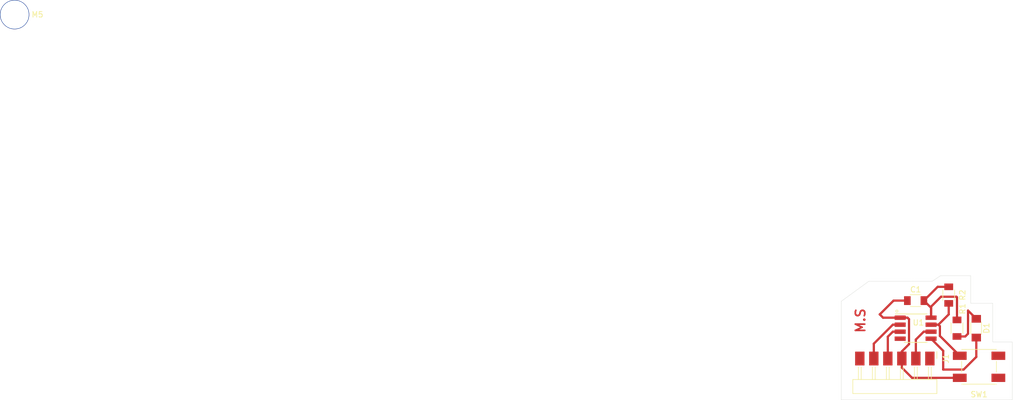
<source format=kicad_pcb>
(kicad_pcb (version 20241229) (generator "pcbnew") (generator_version "9.0")
  (layers (0 "F.Cu" signal) (2 "B.Cu" signal) (13 "F.Paste" user) (15 "B.Paste" user) (5 "F.SilkS" user "F.Silkscreen") (7 "B.SilkS" user "B.Silkscreen") (1 "F.Mask" user) (3 "B.Mask" user) (25 "Edge.Cuts" user))
  (net 0 "")
  (net 1 "VCC")
  (net 2 "Button")
  (net 3 "Net-(D1-K)")
  (net 4 "LED")
  (net 5 "RX")
  (net 6 "UPDI")
  (net 8 "TX")
  (net 10 "GND")
  (footprint "PCM_fab:R_1206" (layer "F.Cu") (at 172.0015 53.5 -90)
    (property "Reference" "R2" (at 0 -2.4985 90) (layer "F.SilkS"))
    (property "Value" "10k")
    (fp_line (start 1 1.07) (end -1 1.07) (stroke (width 0.12)) (layer "F.SilkS"))
    (fp_line (start -1 -1.07) (end 1 -1.07) (stroke (width 0.12)) (layer "F.SilkS"))
    (pad "1" smd rect (at -1.5 0 270) (size 1.2 1.6) (layers "F.Cu" "F.Mask" "F.Paste") (net 10 "GND"))
    (pad "2" smd rect (at 1.5 0 270) (size 1.2 1.6) (layers "F.Cu" "F.Mask" "F.Paste") (net 2 "Button"))
  )
  (footprint "PCM_fab:PinHeader_01x06_P2.54mm_Horizontal_SMD" (layer "F.Cu") (at 168.58 65 -90)
    (property "Reference" "J1" (at 1 -2.92 90) (layer "F.SilkS") (effects (justify left)))
    (property "Value" "FTDI")
    (fp_line (start 3.81 13.97) (end 3.81 -1.27) (stroke (width 0.12)) (layer "F.SilkS"))
    (fp_line (start 6.35 13.97) (end 3.81 13.97) (stroke (width 0.12)) (layer "F.SilkS"))
    (fp_line (start 3.81 12.954) (end 1.5 12.954) (stroke (width 0.12)) (layer "F.SilkS"))
    (fp_line (start 3.81 12.446) (end 1.5 12.446) (stroke (width 0.12)) (layer "F.SilkS"))
    (fp_line (start 3.81 10.414) (end 1.5 10.414) (stroke (width 0.12)) (layer "F.SilkS"))
    (fp_line (start 3.81 9.906) (end 1.5 9.906) (stroke (width 0.12)) (layer "F.SilkS"))
    (fp_line (start 3.81 7.874) (end 1.5 7.874) (stroke (width 0.12)) (layer "F.SilkS"))
    (fp_line (start 3.81 7.366) (end 1.5 7.366) (stroke (width 0.12)) (layer "F.SilkS"))
    (fp_line (start 3.81 5.334) (end 1.5 5.334) (stroke (width 0.12)) (layer "F.SilkS"))
    (fp_line (start 3.81 4.826) (end 1.5 4.826) (stroke (width 0.12)) (layer "F.SilkS"))
    (fp_line (start 3.81 2.794) (end 1.5 2.794) (stroke (width 0.12)) (layer "F.SilkS"))
    (fp_line (start 3.81 2.286) (end 1.5 2.286) (stroke (width 0.12)) (layer "F.SilkS"))
    (fp_line (start 3.81 0.254) (end 1.5 0.254) (stroke (width 0.12)) (layer "F.SilkS"))
    (fp_line (start 3.81 -0.254) (end 1.5 -0.254) (stroke (width 0.12)) (layer "F.SilkS"))
    (fp_line (start -1.27 -1.27) (end 0 -1.27) (stroke (width 0.12)) (layer "F.SilkS"))
    (fp_line (start 3.81 -1.27) (end 6.35 -1.27) (stroke (width 0.12)) (layer "F.SilkS"))
    (fp_line (start 6.35 -1.27) (end 6.35 13.97) (stroke (width 0.12)) (layer "F.SilkS"))
    (pad "1" smd rect (at 0 0 270) (size 2.5 1.7) (layers "F.Cu" "F.Mask" "F.Paste") (net 10 "GND"))
    (pad "2" smd rect (at 0 2.54 270) (size 2.5 1.7) (layers "F.Cu" "F.Mask" "F.Paste") (net 6 "UPDI"))
    (pad "3" smd rect (at 0 5.08 270) (size 2.5 1.7) (layers "F.Cu" "F.Mask" "F.Paste") (net 1 "VCC"))
    (pad "4" smd rect (at 0 7.62 270) (size 2.5 1.7) (layers "F.Cu" "F.Mask" "F.Paste") (net 5 "RX"))
    (pad "5" smd rect (at 0 10.16 270) (size 2.5 1.7) (layers "F.Cu" "F.Mask" "F.Paste") (net 8 "TX"))
    (pad "6" smd rect (at 0 12.7 270) (size 2.5 1.7) (layers "F.Cu" "F.Mask" "F.Paste"))
  )
  (footprint "PCM_fab:C_1206" (layer "F.Cu") (at 166 54.5)
    (property "Reference" "C1" (at 0 -2 180) (layer "F.SilkS"))
    (property "Value" "1uF")
    (fp_line (start -1 -1.07) (end 1 -1.07) (stroke (width 0.12)) (layer "F.SilkS"))
    (fp_line (start 1 1.07) (end -1 1.07) (stroke (width 0.12)) (layer "F.SilkS"))
    (pad "1" smd rect (at -1.5 0) (size 1.2 1.6) (layers "F.Cu" "F.Mask" "F.Paste") (net 1 "VCC"))
    (pad "2" smd rect (at 1.5 0) (size 1.2 1.6) (layers "F.Cu" "F.Mask" "F.Paste") (net 10 "GND"))
  )
  (footprint "PCM_fab:LED_1206" (layer "F.Cu") (at 177 59.5 -90)
    (property "Reference" "D1" (at 0 -1.85 90) (layer "F.SilkS"))
    (property "Value" "LED Green")
    (fp_line (start -1.1 1) (end 1.1 1) (stroke (width 0.12)) (layer "F.SilkS"))
    (fp_line (start -1.1 -0.95) (end 1.1 -0.95) (stroke (width 0.12)) (layer "F.SilkS"))
    (pad "1" smd rect (at -1.7 0 270) (size 1.4 1.7) (layers "F.Cu" "F.Mask" "F.Paste") (net 3 "Net-(D1-K)"))
    (pad "2" smd rect (at 1.7 0 270) (size 1.4 1.7) (layers "F.Cu" "F.Mask" "F.Paste") (net 4 "LED"))
  )
  (footprint "PCM_fab:Button_Omron_B3SN_6.0x6.0mm" (layer "F.Cu") (at 177.5 66.5 180)
    (property "Reference" "SW1" (at 0 -5 0) (layer "F.SilkS"))
    (property "Value" "Switch_Tactile_Omron")
    (fp_line (start 3.15 3.15) (end -3.15 3.15) (stroke (width 0.12)) (layer "F.SilkS"))
    (fp_line (start 3.15 -1) (end 3.15 1) (stroke (width 0.12)) (layer "F.SilkS"))
    (fp_line (start -3.15 1) (end -3.15 -1) (stroke (width 0.12)) (layer "F.SilkS"))
    (fp_line (start -3.15 -3.15) (end 3.15 -3.15) (stroke (width 0.12)) (layer "F.SilkS"))
    (pad "1" smd rect (at -3.5 -2 180) (size 2.5 1.5) (layers "F.Cu" "F.Mask" "F.Paste") (net 1 "VCC"))
    (pad "1" smd rect (at 3.5 -2 180) (size 2.5 1.5) (layers "F.Cu" "F.Mask" "F.Paste") (net 1 "VCC"))
    (pad "2" smd rect (at -3.5 2 180) (size 2.5 1.5) (layers "F.Cu" "F.Mask" "F.Paste") (net 2 "Button"))
    (pad "2" smd rect (at 3.5 2 180) (size 2.5 1.5) (layers "F.Cu" "F.Mask" "F.Paste") (net 2 "Button"))
  )
  (footprint "PCM_fab:R_1206" (layer "F.Cu") (at 173.5 59.5 90)
    (property "Reference" "R1" (at 3.5 1 90) (layer "F.SilkS"))
    (property "Value" "1K")
    (fp_line (start -1 -1.07) (end 1 -1.07) (stroke (width 0.12)) (layer "F.SilkS"))
    (fp_line (start 1 1.07) (end -1 1.07) (stroke (width 0.12)) (layer "F.SilkS"))
    (pad "1" smd rect (at -1.5 0 90) (size 1.2 1.6) (layers "F.Cu" "F.Mask" "F.Paste") (net 3 "Net-(D1-K)"))
    (pad "2" smd rect (at 1.5 0 90) (size 1.2 1.6) (layers "F.Cu" "F.Mask" "F.Paste") (net 10 "GND"))
  )
  (footprint "PCM_fab:SOIC-8_3.9x4.9mm_P1.27mm" (layer "F.Cu") (at 166 59.5)
    (property "Reference" "U1" (at 0.5 -1 0) (layer "F.SilkS"))
    (property "Value" "Microcontroller_ATtiny412_SSFR")
    (fp_line (start -3.69 -2.575) (end 2.075 -2.575) (stroke (width 0.15)) (layer "F.SilkS"))
    (fp_line (start -2.075 2.575) (end 2.075 2.575) (stroke (width 0.15)) (layer "F.SilkS"))
    (fp_circle (center -3.4 -3.1) (end -3.2 -3.1) (stroke (width 0.12)) (fill no) (layer "F.SilkS"))
    (pad "1" smd rect (at -2.8 -1.905) (size 2 0.8) (layers "F.Cu" "F.Mask" "F.Paste") (net 1 "VCC"))
    (pad "2" smd rect (at -2.8 -0.635) (size 2 0.8) (layers "F.Cu" "F.Mask" "F.Paste") (net 8 "TX"))
    (pad "3" smd rect (at -2.8 0.635) (size 2 0.8) (layers "F.Cu" "F.Mask" "F.Paste") (net 5 "RX"))
    (pad "4" smd rect (at -2.8 1.905) (size 2 0.8) (layers "F.Cu" "F.Mask" "F.Paste"))
    (pad "5" smd rect (at 2.8 1.905) (size 2 0.8) (layers "F.Cu" "F.Mask" "F.Paste") (net 4 "LED"))
    (pad "6" smd rect (at 2.8 0.635) (size 2 0.8) (layers "F.Cu" "F.Mask" "F.Paste") (net 6 "UPDI"))
    (pad "7" smd rect (at 2.8 -0.635) (size 2 0.8) (layers "F.Cu" "F.Mask" "F.Paste") (net 2 "Button"))
    (pad "8" smd rect (at 2.8 -1.905) (size 2 0.8) (layers "F.Cu" "F.Mask" "F.Paste") (net 10 "GND"))
  )
  (footprint "PCM_fab:MountingHole_M5" (layer "F.Cu") (at 2.65 2.65)
    (property "Reference" "H1" (hide yes))
    (property "Value" "~" (hide yes))
    (fp_text user "M5" (at 3 0 0) (layer "F.SilkS") (effects (font (thickness 0.15) (bold yes)) (justify left)))
    (pad "" thru_hole circle (at 0 0 90) (size 5.3 5.3) (drill 5.1) (layers "*.Cu" "*.Mask"))
  )
  (gr_line (start 180 62) (end 183.5 62) (stroke (width 0.05)) (layer "Edge.Cuts"))
  (gr_line (start 152.5 72.5) (end 183.5 72.5) (stroke (width 0.05)) (layer "Edge.Cuts"))
  (gr_line (start 170.5 50) (end 176 50) (stroke (width 0.05)) (layer "Edge.Cuts"))
  (gr_line (start 152.5 54.636364) (end 157.5 51) (stroke (width 0.05)) (layer "Edge.Cuts"))
  (gr_line (start 165.5 51) (end 169 51) (stroke (width 0.05)) (layer "Edge.Cuts"))
  (gr_line (start 176 55) (end 180 55) (stroke (width 0.05)) (layer "Edge.Cuts"))
  (gr_line (start 183.5 62) (end 183.5 72.5) (stroke (width 0.05)) (layer "Edge.Cuts"))
  (gr_line (start 176 50) (end 176 55) (stroke (width 0.05)) (layer "Edge.Cuts"))
  (gr_line (start 165.5 51) (end 157.5 51) (stroke (width 0.05)) (layer "Edge.Cuts"))
  (gr_line (start 152.5 54.636364) (end 152.5 72.5) (stroke (width 0.05)) (layer "Edge.Cuts"))
  (gr_line (start 169 51) (end 170.5 50) (stroke (width 0.05)) (layer "Edge.Cuts"))
  (gr_line (start 180 55) (end 180 62) (stroke (width 0.05)) (layer "Edge.Cuts"))
  (gr_text "M.S" (at 157 60.5 90) (layer "F.Cu") (effects (font (size 1.7 1.7) (thickness 0.3) (bold yes)) (justify left bottom)))
  (segment (start 174 68.5) (end 165.35 68.5) (width 0.4) (layer "F.Cu") (net 1))
  (segment (start 163.2 57.595) (end 160.095 57.595) (width 0.4) (layer "F.Cu") (net 1))
  (segment (start 164.801 57.864) (end 164.532 57.595) (width 0.4) (layer "F.Cu") (net 1))
  (segment (start 162 54.5) (end 164.5 54.5) (width 0.4) (layer "F.Cu") (net 1))
  (segment (start 159.5 57) (end 162 54.5) (width 0.4) (layer "F.Cu") (net 1))
  (segment (start 163.5 66.65) (end 163.5 65) (width 0.4) (layer "F.Cu") (net 1))
  (segment (start 160.095 57.595) (end 159.5 57) (width 0.4) (layer "F.Cu") (net 1))
  (segment (start 165.35 68.5) (end 163.5 66.65) (width 0.4) (layer "F.Cu") (net 1))
  (segment (start 163.5 65) (end 163.5 63.707) (width 0.4) (layer "F.Cu") (net 1))
  (segment (start 164.801 62.406) (end 164.801 57.864) (width 0.4) (layer "F.Cu") (net 1))
  (segment (start 163.5 63.707) (end 164.801 62.406) (width 0.4) (layer "F.Cu") (net 1))
  (segment (start 164.532 57.595) (end 163.2 57.595) (width 0.4) (layer "F.Cu") (net 1))
  (segment (start 170.401 60.901) (end 170.401 59.134) (width 0.4) (layer "F.Cu") (net 2))
  (segment (start 172.0015 55) (end 172.0015 56.9955) (width 0.4) (layer "F.Cu") (net 2))
  (segment (start 170.401 59.134) (end 170.132 58.865) (width 0.4) (layer "F.Cu") (net 2))
  (segment (start 170.132 58.865) (end 168.8 58.865) (width 0.4) (layer "F.Cu") (net 2))
  (segment (start 174 64.5) (end 170.401 60.901) (width 0.4) (layer "F.Cu") (net 2))
  (segment (start 172.0015 56.9955) (end 170.132 58.865) (width 0.4) (layer "F.Cu") (net 2))
  (segment (start 173.5 61) (end 175 61) (width 0.4) (layer "F.Cu") (net 3))
  (segment (start 175 61) (end 175.5 60.5) (width 0.4) (layer "F.Cu") (net 3))
  (segment (start 175.5 56.3) (end 177 57.8) (width 0.4) (layer "F.Cu") (net 3))
  (segment (start 175.5 60.5) (end 175.5 56.3) (width 0.4) (layer "F.Cu") (net 3))
  (segment (start 168.8 61.405) (end 171 63.605) (width 0.4) (layer "F.Cu") (net 4))
  (segment (start 177 64.702) (end 177 61.2) (width 0.4) (layer "F.Cu") (net 4))
  (segment (start 174.702 67) (end 177 64.702) (width 0.4) (layer "F.Cu") (net 4))
  (segment (start 171 67) (end 174.702 67) (width 0.4) (layer "F.Cu") (net 4))
  (segment (start 171 63.605) (end 171 67) (width 0.4) (layer "F.Cu") (net 4))
  (segment (start 160.96 61.043) (end 161.868 60.135) (width 0.4) (layer "F.Cu") (net 5))
  (segment (start 160.96 65) (end 160.96 61.043) (width 0.4) (layer "F.Cu") (net 5))
  (segment (start 161.868 60.135) (end 163.2 60.135) (width 0.4) (layer "F.Cu") (net 5))
  (segment (start 166.04 61.563) (end 167.468 60.135) (width 0.4) (layer "F.Cu") (net 6))
  (segment (start 167.468 60.135) (end 168.8 60.135) (width 0.4) (layer "F.Cu") (net 6))
  (segment (start 166.04 65) (end 166.04 61.563) (width 0.4) (layer "F.Cu") (net 6))
  (segment (start 158.42 65) (end 158.42 62.313) (width 0.4) (layer "F.Cu") (net 8))
  (segment (start 161.868 58.865) (end 163.2 58.865) (width 0.4) (layer "F.Cu") (net 8))
  (segment (start 158.42 62.313) (end 161.868 58.865) (width 0.4) (layer "F.Cu") (net 8))
  (segment (start 170 52) (end 167.5 54.5) (width 0.4) (layer "F.Cu") (net 10))
  (segment (start 168.8 55.8) (end 167.5 54.5) (width 0.4) (layer "F.Cu") (net 10))
  (segment (start 173.5 53.8965) (end 173.4025 53.799) (width 0.4) (layer "F.Cu") (net 10))
  (segment (start 173.5 58) (end 173.5 53.8965) (width 0.4) (layer "F.Cu") (net 10))
  (segment (start 170.6005 53.799) (end 168.8 55.5995) (width 0.4) (layer "F.Cu") (net 10))
  (segment (start 173.4025 53.799) (end 170.6005 53.799) (width 0.4) (layer "F.Cu") (net 10))
  (segment (start 172.0015 52) (end 170 52) (width 0.4) (layer "F.Cu") (net 10))
  (segment (start 168.8 55.5995) (end 168.8 57.595) (width 0.4) (layer "F.Cu") (net 10))
  (segment (start 168.8 57.595) (end 168.8 55.8) (width 0.4) (layer "F.Cu") (net 10))
)
</source>
